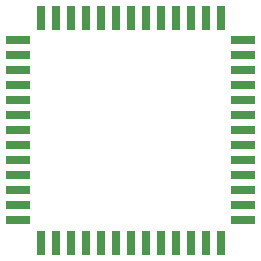
<source format=gbr>
G04 #@! TF.GenerationSoftware,KiCad,Pcbnew,6.0.0-rc1-unknown-1088786~66~ubuntu16.04.1*
G04 #@! TF.CreationDate,2018-12-29T10:22:54+01:00
G04 #@! TF.ProjectId,audi_concert1_chorus1_volume_fix,61756469-5f63-46f6-9e63-657274315f63,rev?*
G04 #@! TF.SameCoordinates,Original*
G04 #@! TF.FileFunction,Paste,Bot*
G04 #@! TF.FilePolarity,Positive*
%FSLAX46Y46*%
G04 Gerber Fmt 4.6, Leading zero omitted, Abs format (unit mm)*
G04 Created by KiCad (PCBNEW 6.0.0-rc1-unknown-1088786~66~ubuntu16.04.1) date So 29. december 2018, 10:22:54 CET*
%MOMM*%
%LPD*%
G04 APERTURE LIST*
%ADD10R,2.032000X0.762000*%
%ADD11R,0.762000X2.032000*%
G04 APERTURE END LIST*
D10*
X170429601Y-105435400D03*
X170429601Y-104165400D03*
X170429601Y-102895400D03*
X170429601Y-101625400D03*
X170429601Y-100355400D03*
X170429601Y-99085400D03*
D11*
X172334601Y-97180400D03*
X173604601Y-97180400D03*
X174874601Y-97180400D03*
X176144601Y-97180400D03*
X177414601Y-97180400D03*
X178684601Y-97180400D03*
X179954601Y-97180400D03*
X181224601Y-97180400D03*
X182494601Y-97180400D03*
X183764601Y-97180400D03*
X185034601Y-97180400D03*
X186304601Y-97180400D03*
X187574601Y-97180400D03*
D10*
X189479601Y-99085400D03*
X189479601Y-100355400D03*
X189479601Y-101625400D03*
X189479601Y-102895400D03*
X189479601Y-104165400D03*
X189479601Y-105435400D03*
X189479601Y-106705400D03*
X189479601Y-107975400D03*
X189479601Y-109245400D03*
X189479601Y-110515400D03*
X189479601Y-111785400D03*
X189479601Y-113055400D03*
X189479601Y-114325400D03*
D11*
X187574601Y-116230400D03*
X186304601Y-116230400D03*
X185034601Y-116230400D03*
X183764601Y-116230400D03*
X182494601Y-116230400D03*
X181224601Y-116230400D03*
X179954601Y-116230400D03*
X178684601Y-116230400D03*
X177414601Y-116230400D03*
X176144601Y-116230400D03*
X174874601Y-116230400D03*
X173604601Y-116230400D03*
X172334601Y-116230400D03*
D10*
X170429601Y-114325400D03*
X170429601Y-113055400D03*
X170429601Y-111785400D03*
X170429601Y-110515400D03*
X170429601Y-109245400D03*
X170429601Y-107975400D03*
X170429601Y-106705400D03*
M02*

</source>
